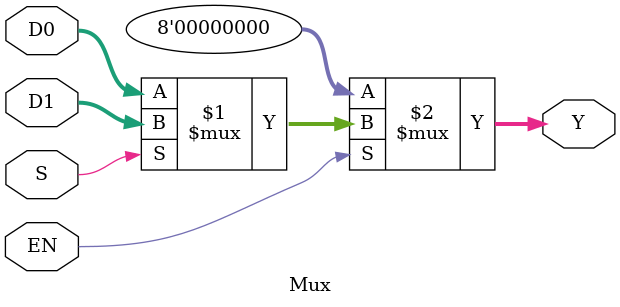
<source format=v>
module Mux(Y, D0, D1, S, EN);

    input [7:0] D0, D1;
    input S, EN;
    output [7:0]Y;

    assign Y = EN ? (S ? D1 : D0) : 8'b00000000;





endmodule
</source>
